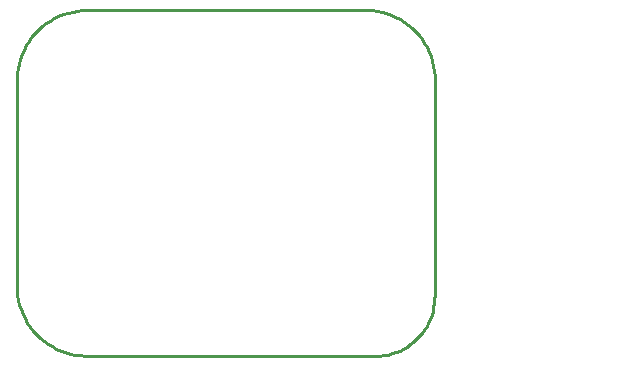
<source format=gko>
%FSTAX23Y23*%
%MOIN*%
%SFA1B1*%

%IPPOS*%
%ADD74C,0.010000*%
%LNcore_prototype_1-1*%
%LPD*%
G36*
X05385Y03405D02*
D01*
G37*
G36*
X05425Y035D02*
D01*
G37*
G54D74*
X034Y02777D02*
D01*
X034Y02761*
X03402Y02744*
X03405Y02728*
X03409Y02712*
X03414Y02697*
X0342Y02681*
X03427Y02667*
X03435Y02652*
X03444Y02639*
X03454Y02626*
X03465Y02614*
X03477Y02602*
X0349Y02592*
X03503Y02582*
X03517Y02573*
X03532Y02566*
X03547Y02559*
X03562Y02553*
X03578Y02549*
X03594Y02546*
X0361Y02543*
X03626Y02542*
X03635Y02542*
X03635Y03695D02*
D01*
X03618Y03694*
X03602Y03692*
X03586Y03689*
X0357Y03685*
X03554Y0368*
X03539Y03674*
X03524Y03667*
X0351Y03659*
X03496Y0365*
X03483Y0364*
X03471Y03629*
X0346Y03617*
X03449Y03604*
X0344Y03591*
X03431Y03577*
X03423Y03562*
X03417Y03548*
X03411Y03532*
X03406Y03516*
X03403Y035*
X03401Y03484*
X034Y03468*
X034Y0346*
X04795Y03459D02*
D01*
X04794Y03476*
X04792Y03492*
X04789Y03508*
X04785Y03524*
X0478Y0354*
X04774Y03555*
X04767Y0357*
X04759Y03584*
X0475Y03598*
X0474Y03611*
X04729Y03623*
X04717Y03634*
X04704Y03645*
X04691Y03654*
X04677Y03663*
X04662Y03671*
X04648Y03677*
X04632Y03683*
X04616Y03688*
X046Y03691*
X04584Y03693*
X04568Y03694*
X0456Y03695*
X04596Y02542D02*
D01*
X04609Y02542*
X04623Y02544*
X04636Y02546*
X0465Y0255*
X04663Y02554*
X04676Y02559*
X04688Y02565*
X047Y02572*
X04711Y0258*
X04722Y02588*
X04732Y02597*
X04742Y02607*
X04751Y02618*
X04759Y02629*
X04766Y0264*
X04772Y02652*
X04778Y02665*
X04783Y02678*
X04786Y02691*
X04789Y02705*
X04791Y02718*
X04792Y02732*
X04792Y02739*
X04795Y02739D02*
X04795Y02739D01*
Y0342*
Y03459*
X03635Y02542D02*
X04596D01*
X034Y02777D02*
Y0346D01*
X03635Y03695D02*
X0456D01*
M02*
</source>
